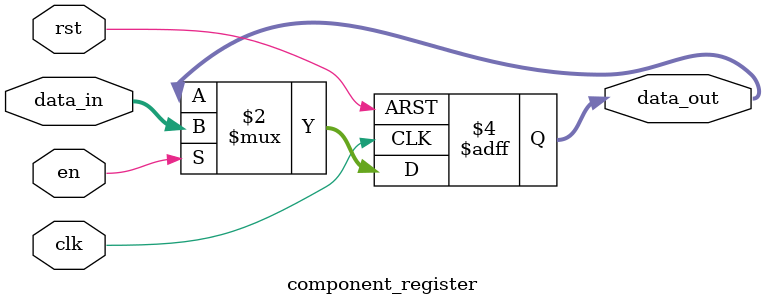
<source format=sv>
module component_register #(
    parameter WIDTH = 8
) (
    input logic clk, rst, en = 1'b1,
    input logic [WIDTH-1:0] data_in,
    output logic [WIDTH-1:0] data_out
);

    always_ff @(posedge clk or posedge rst) begin
        if (rst) begin
            data_out <= '0;
        end else if (en) begin
            data_out <= data_in;
        end
    end

endmodule
</source>
